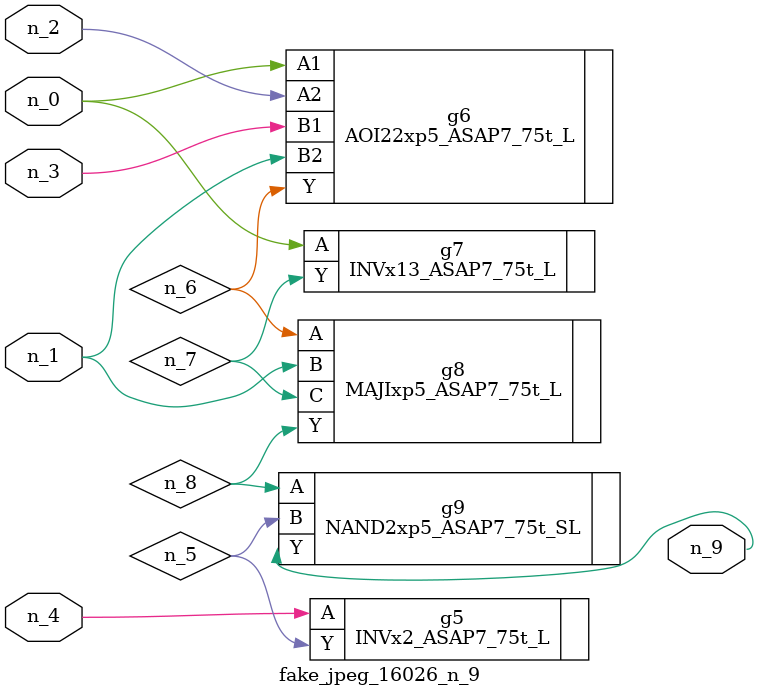
<source format=v>
module fake_jpeg_16026_n_9 (n_3, n_2, n_1, n_0, n_4, n_9);

input n_3;
input n_2;
input n_1;
input n_0;
input n_4;

output n_9;

wire n_8;
wire n_6;
wire n_5;
wire n_7;

INVx2_ASAP7_75t_L g5 ( 
.A(n_4),
.Y(n_5)
);

AOI22xp5_ASAP7_75t_L g6 ( 
.A1(n_0),
.A2(n_2),
.B1(n_3),
.B2(n_1),
.Y(n_6)
);

INVx13_ASAP7_75t_L g7 ( 
.A(n_0),
.Y(n_7)
);

MAJIxp5_ASAP7_75t_L g8 ( 
.A(n_6),
.B(n_1),
.C(n_7),
.Y(n_8)
);

NAND2xp5_ASAP7_75t_SL g9 ( 
.A(n_8),
.B(n_5),
.Y(n_9)
);


endmodule
</source>
